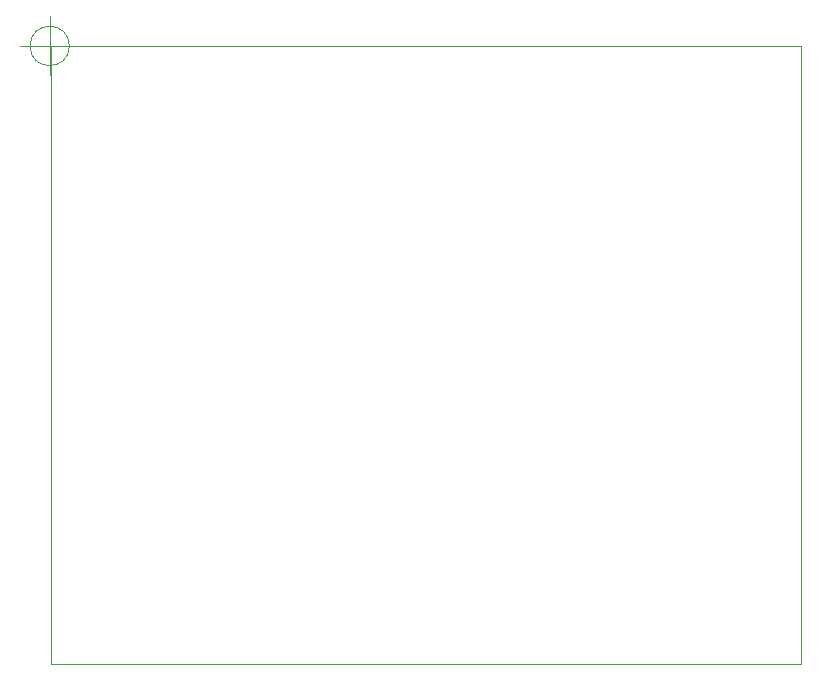
<source format=gbr>
G04 #@! TF.FileFunction,Profile,NP*
%FSLAX46Y46*%
G04 Gerber Fmt 4.6, Leading zero omitted, Abs format (unit mm)*
G04 Created by KiCad (PCBNEW 4.0.2-stable) date 3/8/2017 2:36:32 PM*
%MOMM*%
G01*
G04 APERTURE LIST*
%ADD10C,0.100000*%
G04 APERTURE END LIST*
D10*
X15266666Y-33000000D02*
G75*
G03X15266666Y-33000000I-1666666J0D01*
G01*
X11100000Y-33000000D02*
X16100000Y-33000000D01*
X13600000Y-30500000D02*
X13600000Y-35500000D01*
X77216000Y-85344000D02*
X77216000Y-84328000D01*
X13716000Y-85344000D02*
X77216000Y-85344000D01*
X13716000Y-84836000D02*
X13716000Y-85344000D01*
X13716000Y-84328000D02*
X13716000Y-84836000D01*
X13716000Y-33020000D02*
X13716000Y-33528000D01*
X77216000Y-33020000D02*
X13716000Y-33020000D01*
X77216000Y-33528000D02*
X77216000Y-33020000D01*
X77216000Y-35052000D02*
X77216000Y-33528000D01*
X77216000Y-84328000D02*
X77216000Y-35052000D01*
X13716000Y-33528000D02*
X13716000Y-84328000D01*
M02*

</source>
